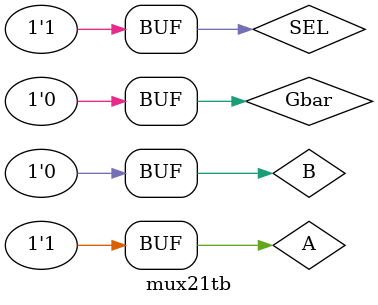
<source format=v>
`timescale 1ns / 1ps


module mux21tb;

	// Inputs
	reg A;
	reg B;
	reg SEL;
	reg Gbar;

	// Outputs
	wire Y;

	// Instantiate the Unit Under Test (UUT)
	/*mux21ale uut (
		.A(A), 
		.B(B), 
		.SEL(SEL), 
		.Gbar(Gbar), 
		.Y(Y)
	);*/
	
	Mux2x1_conditional Z1 (
    .A(A), 
    .B(B), 
    .SEL(SEL), 
    .Gbar(Gbar), 
    .Y(Y)
    );
	
	

	initial begin
		// Initialize Inputs
		A = 1;
		B = 0;
		SEL = 0;
		Gbar = 0;

		// Wait 100 ns for global reset to finish
		#100; A = 0;B = 1;
		#100; SEL = 1;
		#100; Gbar = 1;
		#100; Gbar = 0;
		#100; A = 1;B = 0;
		#100; SEL = 1;
        
		// Add stimulus here

	end
      
endmodule


</source>
